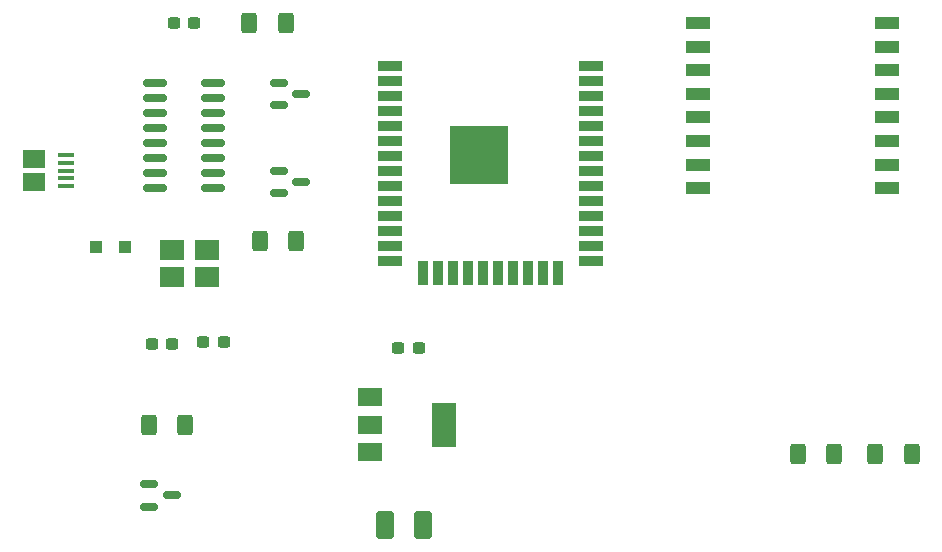
<source format=gbr>
%TF.GenerationSoftware,KiCad,Pcbnew,(6.0.5)*%
%TF.CreationDate,2022-06-07T20:50:39+02:00*%
%TF.ProjectId,ESP32-LoRA-ADIO,45535033-322d-44c6-9f52-412d4144494f,rev?*%
%TF.SameCoordinates,Original*%
%TF.FileFunction,Paste,Top*%
%TF.FilePolarity,Positive*%
%FSLAX46Y46*%
G04 Gerber Fmt 4.6, Leading zero omitted, Abs format (unit mm)*
G04 Created by KiCad (PCBNEW (6.0.5)) date 2022-06-07 20:50:39*
%MOMM*%
%LPD*%
G01*
G04 APERTURE LIST*
G04 Aperture macros list*
%AMRoundRect*
0 Rectangle with rounded corners*
0 $1 Rounding radius*
0 $2 $3 $4 $5 $6 $7 $8 $9 X,Y pos of 4 corners*
0 Add a 4 corners polygon primitive as box body*
4,1,4,$2,$3,$4,$5,$6,$7,$8,$9,$2,$3,0*
0 Add four circle primitives for the rounded corners*
1,1,$1+$1,$2,$3*
1,1,$1+$1,$4,$5*
1,1,$1+$1,$6,$7*
1,1,$1+$1,$8,$9*
0 Add four rect primitives between the rounded corners*
20,1,$1+$1,$2,$3,$4,$5,0*
20,1,$1+$1,$4,$5,$6,$7,0*
20,1,$1+$1,$6,$7,$8,$9,0*
20,1,$1+$1,$8,$9,$2,$3,0*%
G04 Aperture macros list end*
%ADD10R,5.000000X5.000000*%
%ADD11R,2.000000X0.900000*%
%ADD12R,0.900000X2.000000*%
%ADD13RoundRect,0.237500X-0.300000X-0.237500X0.300000X-0.237500X0.300000X0.237500X-0.300000X0.237500X0*%
%ADD14RoundRect,0.250000X-0.400000X-0.625000X0.400000X-0.625000X0.400000X0.625000X-0.400000X0.625000X0*%
%ADD15RoundRect,0.150000X0.825000X0.150000X-0.825000X0.150000X-0.825000X-0.150000X0.825000X-0.150000X0*%
%ADD16R,2.000000X1.500000*%
%ADD17R,2.000000X3.800000*%
%ADD18R,1.000000X1.000000*%
%ADD19R,1.350000X0.400000*%
%ADD20R,1.900000X1.500000*%
%ADD21RoundRect,0.237500X0.300000X0.237500X-0.300000X0.237500X-0.300000X-0.237500X0.300000X-0.237500X0*%
%ADD22R,2.000000X1.000000*%
%ADD23RoundRect,0.150000X-0.587500X-0.150000X0.587500X-0.150000X0.587500X0.150000X-0.587500X0.150000X0*%
%ADD24RoundRect,0.250001X-0.499999X-0.924999X0.499999X-0.924999X0.499999X0.924999X-0.499999X0.924999X0*%
%ADD25R,2.100000X1.800000*%
G04 APERTURE END LIST*
D10*
%TO.C,U3*%
X156475000Y-41645000D03*
D11*
X165975000Y-34145000D03*
X165975000Y-35415000D03*
X165975000Y-36685000D03*
X165975000Y-37955000D03*
X165975000Y-39225000D03*
X165975000Y-40495000D03*
X165975000Y-41765000D03*
X165975000Y-43035000D03*
X165975000Y-44305000D03*
X165975000Y-45575000D03*
X165975000Y-46845000D03*
X165975000Y-48115000D03*
X165975000Y-49385000D03*
X165975000Y-50655000D03*
D12*
X163190000Y-51655000D03*
X161920000Y-51655000D03*
X160650000Y-51655000D03*
X159380000Y-51655000D03*
X158110000Y-51655000D03*
X156840000Y-51655000D03*
X155570000Y-51655000D03*
X154300000Y-51655000D03*
X153030000Y-51655000D03*
X151760000Y-51655000D03*
D11*
X148975000Y-50655000D03*
X148975000Y-49385000D03*
X148975000Y-48115000D03*
X148975000Y-46845000D03*
X148975000Y-45575000D03*
X148975000Y-44305000D03*
X148975000Y-43035000D03*
X148975000Y-41765000D03*
X148975000Y-40495000D03*
X148975000Y-39225000D03*
X148975000Y-37955000D03*
X148975000Y-36685000D03*
X148975000Y-35415000D03*
X148975000Y-34145000D03*
%TD*%
D13*
%TO.C,C1*%
X151362500Y-58000000D03*
X149637500Y-58000000D03*
%TD*%
D14*
%TO.C,R1*%
X131600000Y-64500000D03*
X128500000Y-64500000D03*
%TD*%
D13*
%TO.C,C2*%
X130487500Y-57650000D03*
X128762500Y-57650000D03*
%TD*%
D15*
%TO.C,U2*%
X129025000Y-44445000D03*
X129025000Y-43175000D03*
X129025000Y-41905000D03*
X129025000Y-40635000D03*
X129025000Y-39365000D03*
X129025000Y-38095000D03*
X129025000Y-36825000D03*
X129025000Y-35555000D03*
X133975000Y-35555000D03*
X133975000Y-36825000D03*
X133975000Y-38095000D03*
X133975000Y-39365000D03*
X133975000Y-40635000D03*
X133975000Y-41905000D03*
X133975000Y-43175000D03*
X133975000Y-44445000D03*
%TD*%
D16*
%TO.C,U1*%
X147200000Y-66800000D03*
D17*
X153500000Y-64500000D03*
D16*
X147200000Y-64500000D03*
X147200000Y-62200000D03*
%TD*%
D13*
%TO.C,C4*%
X132362500Y-30500000D03*
X130637500Y-30500000D03*
%TD*%
D18*
%TO.C,D1*%
X126500000Y-49500000D03*
X124000000Y-49500000D03*
%TD*%
D14*
%TO.C,R2*%
X141000000Y-49000000D03*
X137900000Y-49000000D03*
%TD*%
D19*
%TO.C,J1*%
X121462500Y-41700000D03*
X121462500Y-42350000D03*
X121462500Y-43000000D03*
X121462500Y-43650000D03*
X121462500Y-44300000D03*
D20*
X118762500Y-42000000D03*
X118762500Y-44000000D03*
%TD*%
D14*
%TO.C,R3*%
X140100000Y-30500000D03*
X137000000Y-30500000D03*
%TD*%
D21*
%TO.C,C3*%
X133137500Y-57500000D03*
X134862500Y-57500000D03*
%TD*%
D14*
%TO.C,R4*%
X193100000Y-67000000D03*
X190000000Y-67000000D03*
%TD*%
D22*
%TO.C,U4*%
X191000000Y-30500000D03*
X191000000Y-32500000D03*
X191000000Y-34500000D03*
X191000000Y-36500000D03*
X191000000Y-38500000D03*
X191000000Y-40500000D03*
X191000000Y-42500000D03*
X191000000Y-44500000D03*
X175000000Y-44500000D03*
X175000000Y-42500000D03*
X175000000Y-40500000D03*
X175000000Y-38500000D03*
X175000000Y-36500000D03*
X175000000Y-34500000D03*
X175000000Y-32500000D03*
X175000000Y-30500000D03*
%TD*%
D23*
%TO.C,Q2*%
X141437500Y-36500000D03*
X139562500Y-37450000D03*
X139562500Y-35550000D03*
%TD*%
%TO.C,Q1*%
X130437500Y-70500000D03*
X128562500Y-71450000D03*
X128562500Y-69550000D03*
%TD*%
%TO.C,Q3*%
X141375000Y-43950000D03*
X139500000Y-44900000D03*
X139500000Y-43000000D03*
%TD*%
D24*
%TO.C,C5*%
X151750000Y-73000000D03*
X148500000Y-73000000D03*
%TD*%
D25*
%TO.C,Y1*%
X130500000Y-49700000D03*
X133400000Y-49700000D03*
X133400000Y-52000000D03*
X130500000Y-52000000D03*
%TD*%
D14*
%TO.C,R5*%
X186550000Y-67000000D03*
X183450000Y-67000000D03*
%TD*%
M02*

</source>
